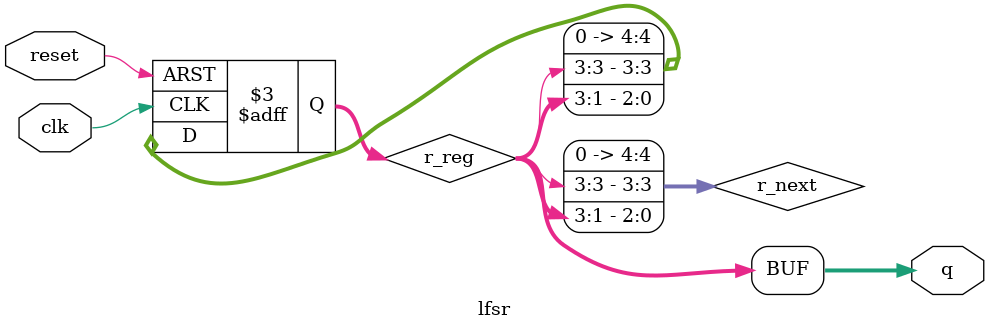
<source format=v>
module lfsr( 
    input clk,
    input reset,
    output [4:0] q
); 
reg [4:0] r_reg;
wire [4:0] r_next;
wire feedback_value;
// on reset set the value of r_reg to 1
// otherwise assign r_next to r_reg
// assign the xor of bit positions 2 and 4 of r_reg to feedback_value
// assign feedback concatenated with 4 most significant bits of r_reg to r_next
// assign r_reg to the output q
assign q = r_reg;
assign feedback_value = r_reg[2] ^ r_reg[4];
always @ (posedge clk or posedge reset)
begin
	if (reset)
	begin
	r_reg <= 5'b10000;
	end
	else
	begin
	r_reg <= r_next;
	end
end
assign r_next = {r_reg[3],r_reg[3:1]};
endmodule

</source>
